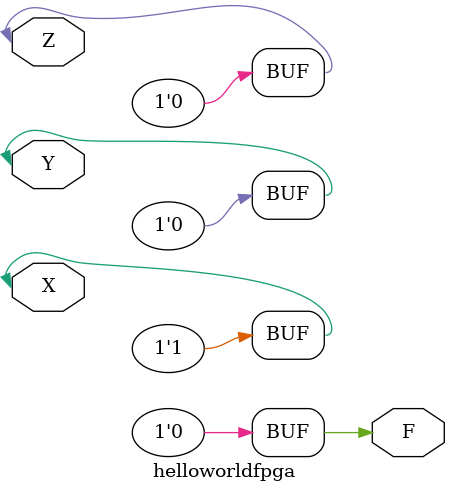
<source format=v>
module helloworldfpga(

    input  wire X,
    input  wire Y,
    input  wire Z,
    
    output wire F,
    );
     assign X=1;
     assign Y=0;
     assign Z=0;
    
    always @(*)
    begin
   F=((X&Y)|(Y&Z)); 
    end
    endmodule

</source>
